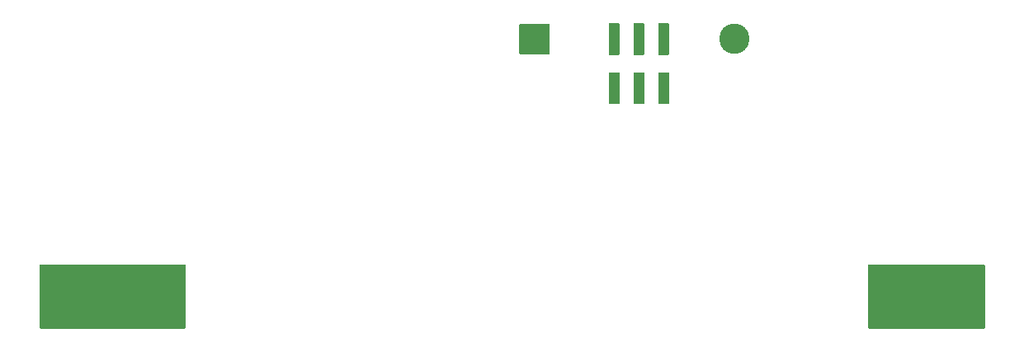
<source format=gbr>
G04 #@! TF.GenerationSoftware,KiCad,Pcbnew,(6.0.0)*
G04 #@! TF.CreationDate,2022-12-26T17:53:18+03:00*
G04 #@! TF.ProjectId,back,6261636b-2e6b-4696-9361-645f70636258,rev?*
G04 #@! TF.SameCoordinates,Original*
G04 #@! TF.FileFunction,Soldermask,Bot*
G04 #@! TF.FilePolarity,Negative*
%FSLAX46Y46*%
G04 Gerber Fmt 4.6, Leading zero omitted, Abs format (unit mm)*
G04 Created by KiCad (PCBNEW (6.0.0)) date 2022-12-26 17:53:18*
%MOMM*%
%LPD*%
G01*
G04 APERTURE LIST*
%ADD10C,3.102000*%
G04 APERTURE END LIST*
D10*
X174265001Y-99879834D03*
G36*
G01*
X152224001Y-101379834D02*
X152224001Y-98379834D01*
G75*
G02*
X152275001Y-98328834I51000J0D01*
G01*
X155275001Y-98328834D01*
G75*
G02*
X155326001Y-98379834I0J-51000D01*
G01*
X155326001Y-101379834D01*
G75*
G02*
X155275001Y-101430834I-51000J0D01*
G01*
X152275001Y-101430834D01*
G75*
G02*
X152224001Y-101379834I0J51000D01*
G01*
G37*
G36*
G01*
X161460000Y-98249000D02*
X162460000Y-98249000D01*
G75*
G02*
X162511000Y-98300000I0J-51000D01*
G01*
X162511000Y-101450000D01*
G75*
G02*
X162460000Y-101501000I-51000J0D01*
G01*
X161460000Y-101501000D01*
G75*
G02*
X161409000Y-101450000I0J51000D01*
G01*
X161409000Y-98300000D01*
G75*
G02*
X161460000Y-98249000I51000J0D01*
G01*
G37*
G36*
G01*
X161460000Y-103299000D02*
X162460000Y-103299000D01*
G75*
G02*
X162511000Y-103350000I0J-51000D01*
G01*
X162511000Y-106500000D01*
G75*
G02*
X162460000Y-106551000I-51000J0D01*
G01*
X161460000Y-106551000D01*
G75*
G02*
X161409000Y-106500000I0J51000D01*
G01*
X161409000Y-103350000D01*
G75*
G02*
X161460000Y-103299000I51000J0D01*
G01*
G37*
G36*
G01*
X164000000Y-98249000D02*
X165000000Y-98249000D01*
G75*
G02*
X165051000Y-98300000I0J-51000D01*
G01*
X165051000Y-101450000D01*
G75*
G02*
X165000000Y-101501000I-51000J0D01*
G01*
X164000000Y-101501000D01*
G75*
G02*
X163949000Y-101450000I0J51000D01*
G01*
X163949000Y-98300000D01*
G75*
G02*
X164000000Y-98249000I51000J0D01*
G01*
G37*
G36*
G01*
X164000000Y-103299000D02*
X165000000Y-103299000D01*
G75*
G02*
X165051000Y-103350000I0J-51000D01*
G01*
X165051000Y-106500000D01*
G75*
G02*
X165000000Y-106551000I-51000J0D01*
G01*
X164000000Y-106551000D01*
G75*
G02*
X163949000Y-106500000I0J51000D01*
G01*
X163949000Y-103350000D01*
G75*
G02*
X164000000Y-103299000I51000J0D01*
G01*
G37*
G36*
G01*
X166540000Y-98249000D02*
X167540000Y-98249000D01*
G75*
G02*
X167591000Y-98300000I0J-51000D01*
G01*
X167591000Y-101450000D01*
G75*
G02*
X167540000Y-101501000I-51000J0D01*
G01*
X166540000Y-101501000D01*
G75*
G02*
X166489000Y-101450000I0J51000D01*
G01*
X166489000Y-98300000D01*
G75*
G02*
X166540000Y-98249000I51000J0D01*
G01*
G37*
G36*
G01*
X166540000Y-103299000D02*
X167540000Y-103299000D01*
G75*
G02*
X167591000Y-103350000I0J-51000D01*
G01*
X167591000Y-106500000D01*
G75*
G02*
X167540000Y-106551000I-51000J0D01*
G01*
X166540000Y-106551000D01*
G75*
G02*
X166489000Y-106500000I0J51000D01*
G01*
X166489000Y-103350000D01*
G75*
G02*
X166540000Y-103299000I51000J0D01*
G01*
G37*
G36*
X117942121Y-123020002D02*
G01*
X117988614Y-123073658D01*
X118000000Y-123126000D01*
X118000000Y-129474000D01*
X117979998Y-129542121D01*
X117926342Y-129588614D01*
X117874000Y-129600000D01*
X103126000Y-129600000D01*
X103057879Y-129579998D01*
X103011386Y-129526342D01*
X103000000Y-129474000D01*
X103000000Y-123126000D01*
X103020002Y-123057879D01*
X103073658Y-123011386D01*
X103126000Y-123000000D01*
X117874000Y-123000000D01*
X117942121Y-123020002D01*
G37*
G36*
X199942121Y-123020002D02*
G01*
X199988614Y-123073658D01*
X200000000Y-123126000D01*
X200000000Y-129474000D01*
X199979998Y-129542121D01*
X199926342Y-129588614D01*
X199874000Y-129600000D01*
X188126000Y-129600000D01*
X188057879Y-129579998D01*
X188011386Y-129526342D01*
X188000000Y-129474000D01*
X188000000Y-123126000D01*
X188020002Y-123057879D01*
X188073658Y-123011386D01*
X188126000Y-123000000D01*
X199874000Y-123000000D01*
X199942121Y-123020002D01*
G37*
M02*

</source>
